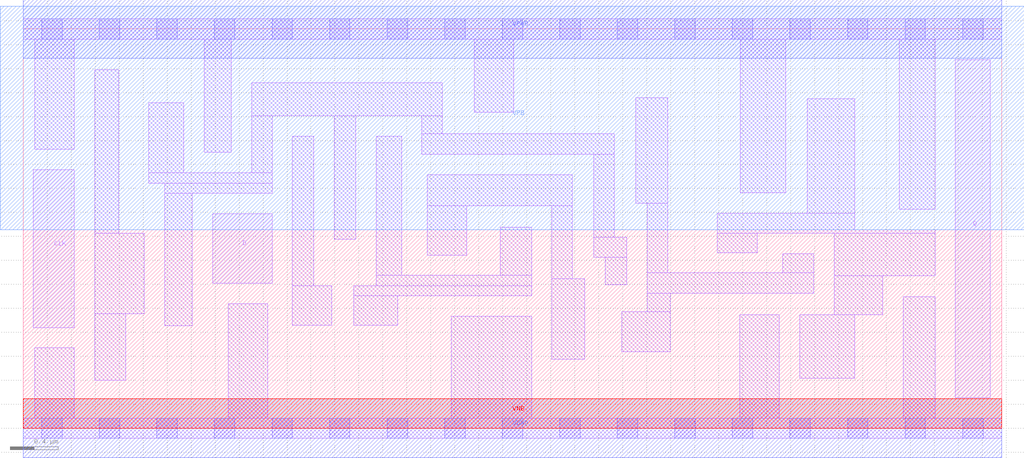
<source format=lef>
# Copyright 2020 The SkyWater PDK Authors
#
# Licensed under the Apache License, Version 2.0 (the "License");
# you may not use this file except in compliance with the License.
# You may obtain a copy of the License at
#
#     https://www.apache.org/licenses/LICENSE-2.0
#
# Unless required by applicable law or agreed to in writing, software
# distributed under the License is distributed on an "AS IS" BASIS,
# WITHOUT WARRANTIES OR CONDITIONS OF ANY KIND, either express or implied.
# See the License for the specific language governing permissions and
# limitations under the License.
#
# SPDX-License-Identifier: Apache-2.0

VERSION 5.7 ;
  NOWIREEXTENSIONATPIN ON ;
  DIVIDERCHAR "/" ;
  BUSBITCHARS "[]" ;
MACRO sky130_fd_sc_lp__dfxtp_1
  CLASS CORE ;
  FOREIGN sky130_fd_sc_lp__dfxtp_1 ;
  ORIGIN  0.000000  0.000000 ;
  SIZE  8.160000 BY  3.330000 ;
  SYMMETRY X Y R90 ;
  SITE unit ;
  PIN D
    ANTENNAGATEAREA  0.126000 ;
    DIRECTION INPUT ;
    USE SIGNAL ;
    PORT
      LAYER li1 ;
        RECT 1.580000 1.210000 2.075000 1.790000 ;
    END
  END D
  PIN Q
    ANTENNADIFFAREA  0.556500 ;
    DIRECTION OUTPUT ;
    USE SIGNAL ;
    PORT
      LAYER li1 ;
        RECT 7.775000 0.255000 8.065000 3.075000 ;
    END
  END Q
  PIN CLK
    ANTENNAGATEAREA  0.159000 ;
    DIRECTION INPUT ;
    USE CLOCK ;
    PORT
      LAYER li1 ;
        RECT 0.085000 0.840000 0.425000 2.155000 ;
    END
  END CLK
  PIN VGND
    DIRECTION INOUT ;
    USE GROUND ;
    PORT
      LAYER met1 ;
        RECT 0.000000 -0.245000 8.160000 0.245000 ;
    END
  END VGND
  PIN VNB
    DIRECTION INOUT ;
    USE GROUND ;
    PORT
      LAYER pwell ;
        RECT 0.000000 0.000000 8.160000 0.245000 ;
    END
  END VNB
  PIN VPB
    DIRECTION INOUT ;
    USE POWER ;
    PORT
      LAYER nwell ;
        RECT -0.190000 1.655000 8.350000 3.520000 ;
    END
  END VPB
  PIN VPWR
    DIRECTION INOUT ;
    USE POWER ;
    PORT
      LAYER met1 ;
        RECT 0.000000 3.085000 8.160000 3.575000 ;
    END
  END VPWR
  OBS
    LAYER li1 ;
      RECT 0.000000 -0.085000 8.160000 0.085000 ;
      RECT 0.000000  3.245000 8.160000 3.415000 ;
      RECT 0.095000  0.085000 0.425000 0.670000 ;
      RECT 0.095000  2.325000 0.425000 3.245000 ;
      RECT 0.595000  0.400000 0.855000 0.955000 ;
      RECT 0.595000  0.955000 1.010000 1.625000 ;
      RECT 0.595000  1.625000 0.795000 2.990000 ;
      RECT 1.045000  2.045000 2.075000 2.130000 ;
      RECT 1.045000  2.130000 1.340000 2.715000 ;
      RECT 1.180000  0.855000 1.410000 1.960000 ;
      RECT 1.180000  1.960000 2.075000 2.045000 ;
      RECT 1.510000  2.300000 1.735000 3.245000 ;
      RECT 1.710000  0.085000 2.040000 1.040000 ;
      RECT 1.905000  2.130000 2.075000 2.605000 ;
      RECT 1.905000  2.605000 3.495000 2.880000 ;
      RECT 2.245000  0.860000 2.575000 1.190000 ;
      RECT 2.245000  1.190000 2.425000 2.435000 ;
      RECT 2.595000  1.575000 2.775000 2.605000 ;
      RECT 2.755000  0.860000 3.125000 1.105000 ;
      RECT 2.755000  1.105000 4.240000 1.190000 ;
      RECT 2.945000  1.190000 4.240000 1.275000 ;
      RECT 2.945000  1.275000 3.155000 2.435000 ;
      RECT 3.325000  2.285000 4.930000 2.455000 ;
      RECT 3.325000  2.455000 3.495000 2.605000 ;
      RECT 3.370000  1.445000 3.700000 1.855000 ;
      RECT 3.370000  1.855000 4.580000 2.115000 ;
      RECT 3.570000  0.085000 4.240000 0.935000 ;
      RECT 3.760000  2.635000 4.090000 3.245000 ;
      RECT 3.980000  1.275000 4.240000 1.675000 ;
      RECT 4.410000  0.575000 4.685000 1.245000 ;
      RECT 4.410000  1.245000 4.580000 1.855000 ;
      RECT 4.760000  1.425000 5.035000 1.595000 ;
      RECT 4.760000  1.595000 4.930000 2.285000 ;
      RECT 4.855000  1.195000 5.035000 1.425000 ;
      RECT 4.990000  0.640000 5.395000 0.970000 ;
      RECT 5.110000  1.875000 5.375000 2.755000 ;
      RECT 5.205000  0.970000 5.395000 1.125000 ;
      RECT 5.205000  1.125000 6.595000 1.295000 ;
      RECT 5.205000  1.295000 5.375000 1.875000 ;
      RECT 5.790000  1.465000 6.120000 1.625000 ;
      RECT 5.790000  1.625000 7.605000 1.655000 ;
      RECT 5.790000  1.655000 6.935000 1.795000 ;
      RECT 5.975000  0.085000 6.305000 0.945000 ;
      RECT 5.980000  1.965000 6.360000 3.245000 ;
      RECT 6.335000  1.295000 6.595000 1.455000 ;
      RECT 6.475000  0.415000 6.935000 0.945000 ;
      RECT 6.540000  1.795000 6.935000 2.750000 ;
      RECT 6.765000  0.945000 7.170000 1.270000 ;
      RECT 6.765000  1.270000 7.605000 1.625000 ;
      RECT 7.305000  1.825000 7.605000 3.245000 ;
      RECT 7.340000  0.085000 7.605000 1.095000 ;
    LAYER mcon ;
      RECT 0.155000 -0.085000 0.325000 0.085000 ;
      RECT 0.155000  3.245000 0.325000 3.415000 ;
      RECT 0.635000 -0.085000 0.805000 0.085000 ;
      RECT 0.635000  3.245000 0.805000 3.415000 ;
      RECT 1.115000 -0.085000 1.285000 0.085000 ;
      RECT 1.115000  3.245000 1.285000 3.415000 ;
      RECT 1.595000 -0.085000 1.765000 0.085000 ;
      RECT 1.595000  3.245000 1.765000 3.415000 ;
      RECT 2.075000 -0.085000 2.245000 0.085000 ;
      RECT 2.075000  3.245000 2.245000 3.415000 ;
      RECT 2.555000 -0.085000 2.725000 0.085000 ;
      RECT 2.555000  3.245000 2.725000 3.415000 ;
      RECT 3.035000 -0.085000 3.205000 0.085000 ;
      RECT 3.035000  3.245000 3.205000 3.415000 ;
      RECT 3.515000 -0.085000 3.685000 0.085000 ;
      RECT 3.515000  3.245000 3.685000 3.415000 ;
      RECT 3.995000 -0.085000 4.165000 0.085000 ;
      RECT 3.995000  3.245000 4.165000 3.415000 ;
      RECT 4.475000 -0.085000 4.645000 0.085000 ;
      RECT 4.475000  3.245000 4.645000 3.415000 ;
      RECT 4.955000 -0.085000 5.125000 0.085000 ;
      RECT 4.955000  3.245000 5.125000 3.415000 ;
      RECT 5.435000 -0.085000 5.605000 0.085000 ;
      RECT 5.435000  3.245000 5.605000 3.415000 ;
      RECT 5.915000 -0.085000 6.085000 0.085000 ;
      RECT 5.915000  3.245000 6.085000 3.415000 ;
      RECT 6.395000 -0.085000 6.565000 0.085000 ;
      RECT 6.395000  3.245000 6.565000 3.415000 ;
      RECT 6.875000 -0.085000 7.045000 0.085000 ;
      RECT 6.875000  3.245000 7.045000 3.415000 ;
      RECT 7.355000 -0.085000 7.525000 0.085000 ;
      RECT 7.355000  3.245000 7.525000 3.415000 ;
      RECT 7.835000 -0.085000 8.005000 0.085000 ;
      RECT 7.835000  3.245000 8.005000 3.415000 ;
  END
END sky130_fd_sc_lp__dfxtp_1
END LIBRARY

</source>
